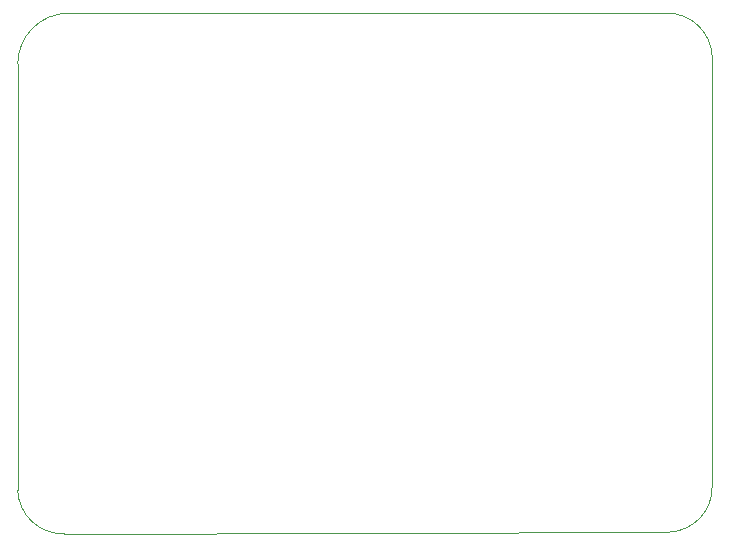
<source format=gm1>
G04 #@! TF.GenerationSoftware,KiCad,Pcbnew,(6.0.5)*
G04 #@! TF.CreationDate,2022-07-15T19:16:37+01:00*
G04 #@! TF.ProjectId,LED-RPi-PCB,4c45442d-5250-4692-9d50-43422e6b6963,rev?*
G04 #@! TF.SameCoordinates,Original*
G04 #@! TF.FileFunction,Profile,NP*
%FSLAX46Y46*%
G04 Gerber Fmt 4.6, Leading zero omitted, Abs format (unit mm)*
G04 Created by KiCad (PCBNEW (6.0.5)) date 2022-07-15 19:16:37*
%MOMM*%
%LPD*%
G01*
G04 APERTURE LIST*
G04 #@! TA.AperFunction,Profile*
%ADD10C,0.050000*%
G04 #@! TD*
G04 APERTURE END LIST*
D10*
X80264000Y-82931000D02*
G75*
G03*
X75946000Y-87249000I0J-4318000D01*
G01*
X134746999Y-122936001D02*
X134747000Y-86614000D01*
X79882999Y-126999999D02*
X131063999Y-126872999D01*
X80264000Y-82931000D02*
X130810000Y-82931000D01*
X75946001Y-123316999D02*
X75946000Y-87249000D01*
X134747000Y-86614000D02*
G75*
G03*
X130810002Y-82931000I-3809999J-126999D01*
G01*
X75946001Y-123316999D02*
G75*
G03*
X79882999Y-126999999I3809999J126999D01*
G01*
X131063999Y-126872999D02*
G75*
G03*
X134746999Y-122936001I-126999J3809999D01*
G01*
M02*

</source>
